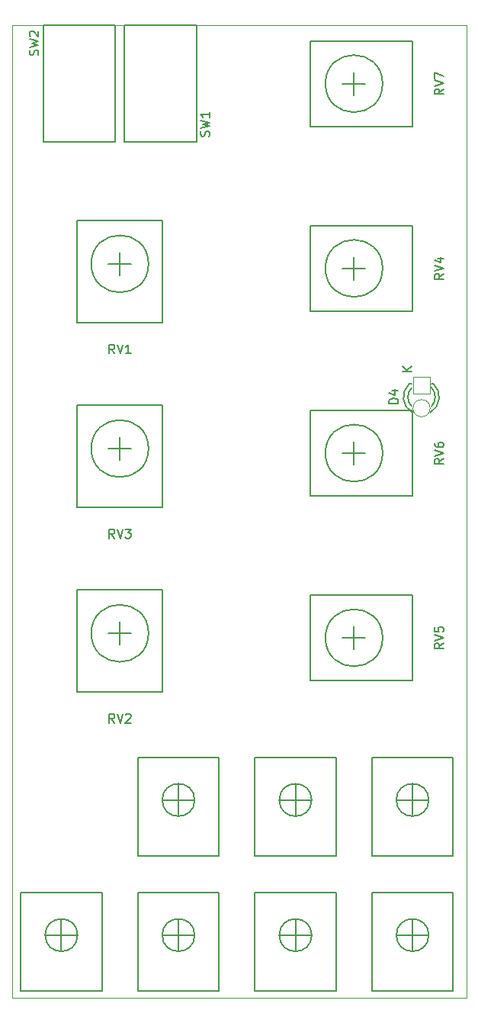
<source format=gbr>
%TF.GenerationSoftware,KiCad,Pcbnew,(5.0.1)-3*%
%TF.CreationDate,2019-09-01T21:44:55+01:00*%
%TF.ProjectId,Tap LFO v2,546170204C464F2076322E6B69636164,rev?*%
%TF.SameCoordinates,Original*%
%TF.FileFunction,Legend,Top*%
%TF.FilePolarity,Positive*%
%FSLAX46Y46*%
G04 Gerber Fmt 4.6, Leading zero omitted, Abs format (unit mm)*
G04 Created by KiCad (PCBNEW (5.0.1)-3) date 01/09/2019 21:44:55*
%MOMM*%
%LPD*%
G01*
G04 APERTURE LIST*
%ADD10C,0.100000*%
%ADD11C,0.150000*%
G04 APERTURE END LIST*
D10*
X70500000Y-20000000D02*
X20000000Y-20000000D01*
X70500000Y-128000000D02*
X70500000Y-20000000D01*
X20000000Y-128000000D02*
X70500000Y-128000000D01*
X20000000Y-20000000D02*
X20000000Y-128000000D01*
D11*
X53150000Y-51750000D02*
X53150000Y-42250000D01*
X64500000Y-51750000D02*
X64500000Y-42250000D01*
X53150000Y-42250000D02*
X64500000Y-42250000D01*
X53150000Y-51750000D02*
X64500000Y-51750000D01*
X61175000Y-47000000D02*
G75*
G03X61175000Y-47000000I-3175000J0D01*
G01*
X56730000Y-47000000D02*
X59270000Y-47000000D01*
X58000000Y-48270000D02*
X58000000Y-45730000D01*
X30730000Y-67000000D02*
X33270000Y-67000000D01*
X32000000Y-65730000D02*
X32000000Y-68270000D01*
X35175000Y-67000000D02*
G75*
G03X35175000Y-67000000I-3175000J0D01*
G01*
X27250000Y-62150000D02*
X27250000Y-73500000D01*
X36750000Y-62150000D02*
X36750000Y-73500000D01*
X27250000Y-73500000D02*
X36750000Y-73500000D01*
X27250000Y-62150000D02*
X36750000Y-62150000D01*
X58000000Y-89270000D02*
X58000000Y-86730000D01*
X56730000Y-88000000D02*
X59270000Y-88000000D01*
X61175000Y-88000000D02*
G75*
G03X61175000Y-88000000I-3175000J0D01*
G01*
X53150000Y-92750000D02*
X64500000Y-92750000D01*
X53150000Y-83250000D02*
X64500000Y-83250000D01*
X64500000Y-92750000D02*
X64500000Y-83250000D01*
X53150000Y-92750000D02*
X53150000Y-83250000D01*
X23500000Y-20000000D02*
X31500000Y-20000000D01*
X23500000Y-33000000D02*
X23500000Y-20000000D01*
X31500000Y-33000000D02*
X23500000Y-33000000D01*
X31500000Y-20000000D02*
X31500000Y-33000000D01*
X32500000Y-33000000D02*
X32500000Y-20000000D01*
X32500000Y-20000000D02*
X40500000Y-20000000D01*
X40500000Y-20000000D02*
X40500000Y-33000000D01*
X40500000Y-33000000D02*
X32500000Y-33000000D01*
X30730000Y-87500000D02*
X33270000Y-87500000D01*
X32000000Y-86230000D02*
X32000000Y-88770000D01*
X35175000Y-87500000D02*
G75*
G03X35175000Y-87500000I-3175000J0D01*
G01*
X27250000Y-82650000D02*
X27250000Y-94000000D01*
X36750000Y-82650000D02*
X36750000Y-94000000D01*
X27250000Y-94000000D02*
X36750000Y-94000000D01*
X27250000Y-82650000D02*
X36750000Y-82650000D01*
X66300000Y-106000000D02*
X62700000Y-106000000D01*
X64500000Y-107800000D02*
X64500000Y-104200000D01*
X66300000Y-106000000D02*
G75*
G03X66300000Y-106000000I-1800000J0D01*
G01*
X60000000Y-112200000D02*
X60000000Y-101300000D01*
X69000000Y-112200000D02*
X69000000Y-101300000D01*
X69000000Y-101300000D02*
X60000000Y-101300000D01*
X69000000Y-112200000D02*
X60000000Y-112200000D01*
X64186000Y-59781000D02*
X64386000Y-59781000D01*
X66780000Y-59781000D02*
X66600000Y-59781000D01*
X66469643Y-63008744D02*
G75*
G03X66786000Y-59781000I-1003643J1727744D01*
G01*
X66599068Y-62333006D02*
G75*
G03X66600000Y-60230000I-1133068J1052006D01*
G01*
X64159274Y-59793780D02*
G75*
G03X64506000Y-63031000I1306726J-1497220D01*
G01*
X64386747Y-60267111D02*
G75*
G03X64406000Y-62315000I1079253J-1013889D01*
G01*
X43000000Y-127200000D02*
X34000000Y-127200000D01*
X43000000Y-116300000D02*
X34000000Y-116300000D01*
X43000000Y-127200000D02*
X43000000Y-116300000D01*
X34000000Y-127200000D02*
X34000000Y-116300000D01*
X40300000Y-121000000D02*
G75*
G03X40300000Y-121000000I-1800000J0D01*
G01*
X38500000Y-122800000D02*
X38500000Y-119200000D01*
X40300000Y-121000000D02*
X36700000Y-121000000D01*
X58000000Y-27770000D02*
X58000000Y-25230000D01*
X56730000Y-26500000D02*
X59270000Y-26500000D01*
X61175000Y-26500000D02*
G75*
G03X61175000Y-26500000I-3175000J0D01*
G01*
X53150000Y-31250000D02*
X64500000Y-31250000D01*
X53150000Y-21750000D02*
X64500000Y-21750000D01*
X64500000Y-31250000D02*
X64500000Y-21750000D01*
X53150000Y-31250000D02*
X53150000Y-21750000D01*
X53150000Y-72250000D02*
X53150000Y-62750000D01*
X64500000Y-72250000D02*
X64500000Y-62750000D01*
X53150000Y-62750000D02*
X64500000Y-62750000D01*
X53150000Y-72250000D02*
X64500000Y-72250000D01*
X61175000Y-67500000D02*
G75*
G03X61175000Y-67500000I-3175000J0D01*
G01*
X56730000Y-67500000D02*
X59270000Y-67500000D01*
X58000000Y-68770000D02*
X58000000Y-66230000D01*
X27250000Y-41650000D02*
X36750000Y-41650000D01*
X27250000Y-53000000D02*
X36750000Y-53000000D01*
X36750000Y-41650000D02*
X36750000Y-53000000D01*
X27250000Y-41650000D02*
X27250000Y-53000000D01*
X35175000Y-46500000D02*
G75*
G03X35175000Y-46500000I-3175000J0D01*
G01*
X32000000Y-45230000D02*
X32000000Y-47770000D01*
X30730000Y-46500000D02*
X33270000Y-46500000D01*
X56000000Y-127200000D02*
X47000000Y-127200000D01*
X56000000Y-116300000D02*
X47000000Y-116300000D01*
X56000000Y-127200000D02*
X56000000Y-116300000D01*
X47000000Y-127200000D02*
X47000000Y-116300000D01*
X53300000Y-121000000D02*
G75*
G03X53300000Y-121000000I-1800000J0D01*
G01*
X51500000Y-122800000D02*
X51500000Y-119200000D01*
X53300000Y-121000000D02*
X49700000Y-121000000D01*
X43000000Y-112200000D02*
X34000000Y-112200000D01*
X43000000Y-101300000D02*
X34000000Y-101300000D01*
X43000000Y-112200000D02*
X43000000Y-101300000D01*
X34000000Y-112200000D02*
X34000000Y-101300000D01*
X40300000Y-106000000D02*
G75*
G03X40300000Y-106000000I-1800000J0D01*
G01*
X38500000Y-107800000D02*
X38500000Y-104200000D01*
X40300000Y-106000000D02*
X36700000Y-106000000D01*
X56000000Y-112200000D02*
X47000000Y-112200000D01*
X56000000Y-101300000D02*
X47000000Y-101300000D01*
X56000000Y-112200000D02*
X56000000Y-101300000D01*
X47000000Y-112200000D02*
X47000000Y-101300000D01*
X53300000Y-106000000D02*
G75*
G03X53300000Y-106000000I-1800000J0D01*
G01*
X51500000Y-107800000D02*
X51500000Y-104200000D01*
X53300000Y-106000000D02*
X49700000Y-106000000D01*
X27300000Y-121000000D02*
X23700000Y-121000000D01*
X25500000Y-122800000D02*
X25500000Y-119200000D01*
X27300000Y-121000000D02*
G75*
G03X27300000Y-121000000I-1800000J0D01*
G01*
X21000000Y-127200000D02*
X21000000Y-116300000D01*
X30000000Y-127200000D02*
X30000000Y-116300000D01*
X30000000Y-116300000D02*
X21000000Y-116300000D01*
X30000000Y-127200000D02*
X21000000Y-127200000D01*
X66300000Y-121000000D02*
X62700000Y-121000000D01*
X64500000Y-122800000D02*
X64500000Y-119200000D01*
X66300000Y-121000000D02*
G75*
G03X66300000Y-121000000I-1800000J0D01*
G01*
X60000000Y-127200000D02*
X60000000Y-116300000D01*
X69000000Y-127200000D02*
X69000000Y-116300000D01*
X69000000Y-116300000D02*
X60000000Y-116300000D01*
X69000000Y-127200000D02*
X60000000Y-127200000D01*
D10*
X64550000Y-59030000D02*
X64550000Y-60930000D01*
X66450000Y-60930000D01*
X66450000Y-59030000D01*
X64550000Y-59030000D01*
X66450000Y-62520000D02*
G75*
G03X66450000Y-62520000I-950000J0D01*
G01*
D11*
X67952380Y-47595238D02*
X67476190Y-47928571D01*
X67952380Y-48166666D02*
X66952380Y-48166666D01*
X66952380Y-47785714D01*
X67000000Y-47690476D01*
X67047619Y-47642857D01*
X67142857Y-47595238D01*
X67285714Y-47595238D01*
X67380952Y-47642857D01*
X67428571Y-47690476D01*
X67476190Y-47785714D01*
X67476190Y-48166666D01*
X66952380Y-47309523D02*
X67952380Y-46976190D01*
X66952380Y-46642857D01*
X67285714Y-45880952D02*
X67952380Y-45880952D01*
X66904761Y-46119047D02*
X67619047Y-46357142D01*
X67619047Y-45738095D01*
X31404761Y-76952380D02*
X31071428Y-76476190D01*
X30833333Y-76952380D02*
X30833333Y-75952380D01*
X31214285Y-75952380D01*
X31309523Y-76000000D01*
X31357142Y-76047619D01*
X31404761Y-76142857D01*
X31404761Y-76285714D01*
X31357142Y-76380952D01*
X31309523Y-76428571D01*
X31214285Y-76476190D01*
X30833333Y-76476190D01*
X31690476Y-75952380D02*
X32023809Y-76952380D01*
X32357142Y-75952380D01*
X32595238Y-75952380D02*
X33214285Y-75952380D01*
X32880952Y-76333333D01*
X33023809Y-76333333D01*
X33119047Y-76380952D01*
X33166666Y-76428571D01*
X33214285Y-76523809D01*
X33214285Y-76761904D01*
X33166666Y-76857142D01*
X33119047Y-76904761D01*
X33023809Y-76952380D01*
X32738095Y-76952380D01*
X32642857Y-76904761D01*
X32595238Y-76857142D01*
X67952380Y-88595238D02*
X67476190Y-88928571D01*
X67952380Y-89166666D02*
X66952380Y-89166666D01*
X66952380Y-88785714D01*
X67000000Y-88690476D01*
X67047619Y-88642857D01*
X67142857Y-88595238D01*
X67285714Y-88595238D01*
X67380952Y-88642857D01*
X67428571Y-88690476D01*
X67476190Y-88785714D01*
X67476190Y-89166666D01*
X66952380Y-88309523D02*
X67952380Y-87976190D01*
X66952380Y-87642857D01*
X66952380Y-86833333D02*
X66952380Y-87309523D01*
X67428571Y-87357142D01*
X67380952Y-87309523D01*
X67333333Y-87214285D01*
X67333333Y-86976190D01*
X67380952Y-86880952D01*
X67428571Y-86833333D01*
X67523809Y-86785714D01*
X67761904Y-86785714D01*
X67857142Y-86833333D01*
X67904761Y-86880952D01*
X67952380Y-86976190D01*
X67952380Y-87214285D01*
X67904761Y-87309523D01*
X67857142Y-87357142D01*
X22904761Y-23333333D02*
X22952380Y-23190476D01*
X22952380Y-22952380D01*
X22904761Y-22857142D01*
X22857142Y-22809523D01*
X22761904Y-22761904D01*
X22666666Y-22761904D01*
X22571428Y-22809523D01*
X22523809Y-22857142D01*
X22476190Y-22952380D01*
X22428571Y-23142857D01*
X22380952Y-23238095D01*
X22333333Y-23285714D01*
X22238095Y-23333333D01*
X22142857Y-23333333D01*
X22047619Y-23285714D01*
X22000000Y-23238095D01*
X21952380Y-23142857D01*
X21952380Y-22904761D01*
X22000000Y-22761904D01*
X21952380Y-22428571D02*
X22952380Y-22190476D01*
X22238095Y-22000000D01*
X22952380Y-21809523D01*
X21952380Y-21571428D01*
X22047619Y-21238095D02*
X22000000Y-21190476D01*
X21952380Y-21095238D01*
X21952380Y-20857142D01*
X22000000Y-20761904D01*
X22047619Y-20714285D01*
X22142857Y-20666666D01*
X22238095Y-20666666D01*
X22380952Y-20714285D01*
X22952380Y-21285714D01*
X22952380Y-20666666D01*
X41904761Y-32333333D02*
X41952380Y-32190476D01*
X41952380Y-31952380D01*
X41904761Y-31857142D01*
X41857142Y-31809523D01*
X41761904Y-31761904D01*
X41666666Y-31761904D01*
X41571428Y-31809523D01*
X41523809Y-31857142D01*
X41476190Y-31952380D01*
X41428571Y-32142857D01*
X41380952Y-32238095D01*
X41333333Y-32285714D01*
X41238095Y-32333333D01*
X41142857Y-32333333D01*
X41047619Y-32285714D01*
X41000000Y-32238095D01*
X40952380Y-32142857D01*
X40952380Y-31904761D01*
X41000000Y-31761904D01*
X40952380Y-31428571D02*
X41952380Y-31190476D01*
X41238095Y-31000000D01*
X41952380Y-30809523D01*
X40952380Y-30571428D01*
X41952380Y-29666666D02*
X41952380Y-30238095D01*
X41952380Y-29952380D02*
X40952380Y-29952380D01*
X41095238Y-30047619D01*
X41190476Y-30142857D01*
X41238095Y-30238095D01*
X31404761Y-97452380D02*
X31071428Y-96976190D01*
X30833333Y-97452380D02*
X30833333Y-96452380D01*
X31214285Y-96452380D01*
X31309523Y-96500000D01*
X31357142Y-96547619D01*
X31404761Y-96642857D01*
X31404761Y-96785714D01*
X31357142Y-96880952D01*
X31309523Y-96928571D01*
X31214285Y-96976190D01*
X30833333Y-96976190D01*
X31690476Y-96452380D02*
X32023809Y-97452380D01*
X32357142Y-96452380D01*
X32642857Y-96547619D02*
X32690476Y-96500000D01*
X32785714Y-96452380D01*
X33023809Y-96452380D01*
X33119047Y-96500000D01*
X33166666Y-96547619D01*
X33214285Y-96642857D01*
X33214285Y-96738095D01*
X33166666Y-96880952D01*
X32595238Y-97452380D01*
X33214285Y-97452380D01*
X62904380Y-61988095D02*
X61904380Y-61988095D01*
X61904380Y-61750000D01*
X61952000Y-61607142D01*
X62047238Y-61511904D01*
X62142476Y-61464285D01*
X62332952Y-61416666D01*
X62475809Y-61416666D01*
X62666285Y-61464285D01*
X62761523Y-61511904D01*
X62856761Y-61607142D01*
X62904380Y-61750000D01*
X62904380Y-61988095D01*
X62237714Y-60559523D02*
X62904380Y-60559523D01*
X61856761Y-60797619D02*
X62571047Y-61035714D01*
X62571047Y-60416666D01*
X64428380Y-58463904D02*
X63428380Y-58463904D01*
X64428380Y-57892476D02*
X63856952Y-58321047D01*
X63428380Y-57892476D02*
X63999809Y-58463904D01*
X67952380Y-27095238D02*
X67476190Y-27428571D01*
X67952380Y-27666666D02*
X66952380Y-27666666D01*
X66952380Y-27285714D01*
X67000000Y-27190476D01*
X67047619Y-27142857D01*
X67142857Y-27095238D01*
X67285714Y-27095238D01*
X67380952Y-27142857D01*
X67428571Y-27190476D01*
X67476190Y-27285714D01*
X67476190Y-27666666D01*
X66952380Y-26809523D02*
X67952380Y-26476190D01*
X66952380Y-26142857D01*
X66952380Y-25904761D02*
X66952380Y-25238095D01*
X67952380Y-25666666D01*
X67952380Y-68095238D02*
X67476190Y-68428571D01*
X67952380Y-68666666D02*
X66952380Y-68666666D01*
X66952380Y-68285714D01*
X67000000Y-68190476D01*
X67047619Y-68142857D01*
X67142857Y-68095238D01*
X67285714Y-68095238D01*
X67380952Y-68142857D01*
X67428571Y-68190476D01*
X67476190Y-68285714D01*
X67476190Y-68666666D01*
X66952380Y-67809523D02*
X67952380Y-67476190D01*
X66952380Y-67142857D01*
X66952380Y-66380952D02*
X66952380Y-66571428D01*
X67000000Y-66666666D01*
X67047619Y-66714285D01*
X67190476Y-66809523D01*
X67380952Y-66857142D01*
X67761904Y-66857142D01*
X67857142Y-66809523D01*
X67904761Y-66761904D01*
X67952380Y-66666666D01*
X67952380Y-66476190D01*
X67904761Y-66380952D01*
X67857142Y-66333333D01*
X67761904Y-66285714D01*
X67523809Y-66285714D01*
X67428571Y-66333333D01*
X67380952Y-66380952D01*
X67333333Y-66476190D01*
X67333333Y-66666666D01*
X67380952Y-66761904D01*
X67428571Y-66809523D01*
X67523809Y-66857142D01*
X31404761Y-56452380D02*
X31071428Y-55976190D01*
X30833333Y-56452380D02*
X30833333Y-55452380D01*
X31214285Y-55452380D01*
X31309523Y-55500000D01*
X31357142Y-55547619D01*
X31404761Y-55642857D01*
X31404761Y-55785714D01*
X31357142Y-55880952D01*
X31309523Y-55928571D01*
X31214285Y-55976190D01*
X30833333Y-55976190D01*
X31690476Y-55452380D02*
X32023809Y-56452380D01*
X32357142Y-55452380D01*
X33214285Y-56452380D02*
X32642857Y-56452380D01*
X32928571Y-56452380D02*
X32928571Y-55452380D01*
X32833333Y-55595238D01*
X32738095Y-55690476D01*
X32642857Y-55738095D01*
M02*

</source>
